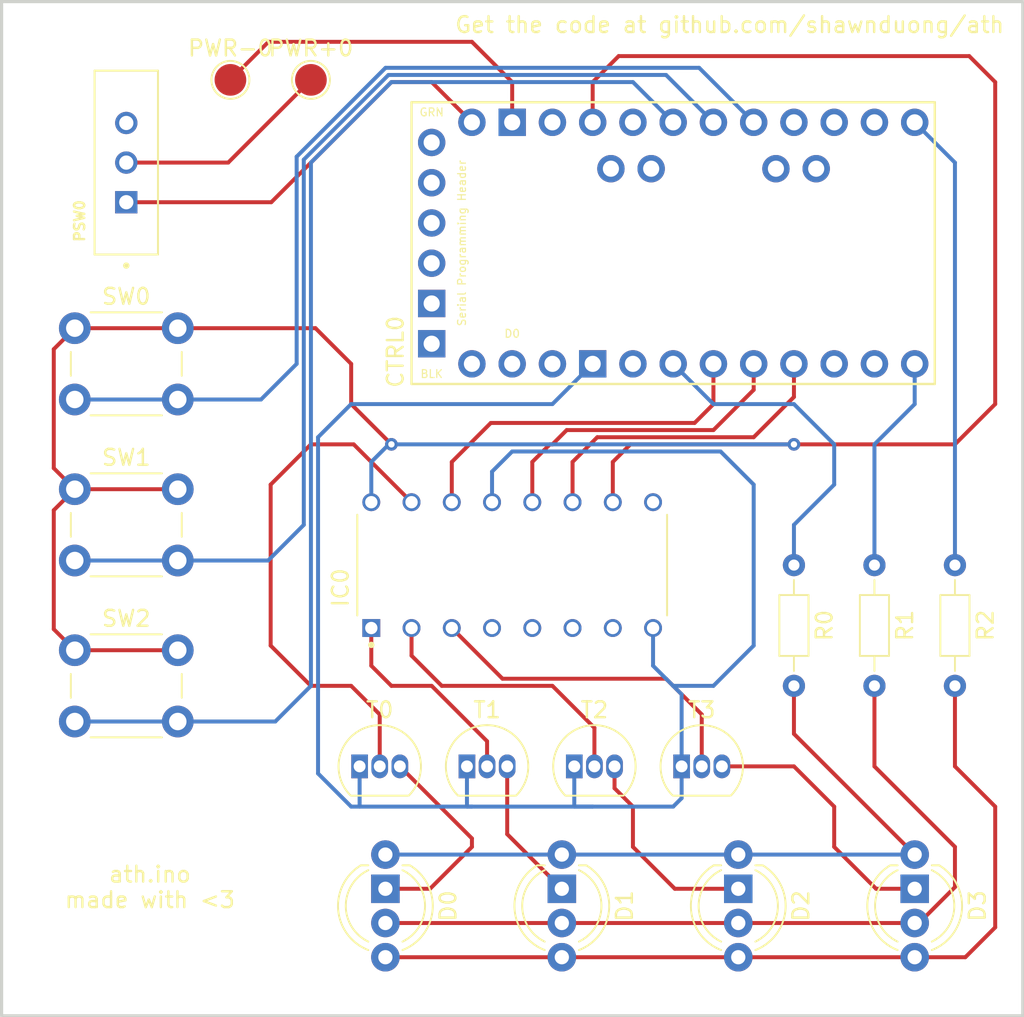
<source format=kicad_pcb>
(kicad_pcb (version 20211014) (generator pcbnew)
  (title_block (title "ath.ino") (date "2023-02-01") (rev "Original") (company "shawnd.xyz") (comment 1 "See github.com/shawnduong/ath for the code."))
  (layers (0 "F.Cu" signal) (31 "B.Cu" signal) (34 "B.Paste" user) (35 "F.Paste" user) (36 "B.SilkS" user "B.Silkscreen") (37 "F.SilkS" user "F.Silkscreen") (38 "B.Mask" user) (39 "F.Mask" user) (44 "Edge.Cuts" user))
  (net 0 "")
  (net 1 "Net-(CTRL0-PadRAW)")
  (net 2 "Net-(CTRL0-PadA0)")
  (net 3 "Net-(CTRL0-PadA1)")
  (net 12 "Net-(CTRL0-PadA2)")
  (net 13 "Net-(CTRL0-PadD4)")
  (net 14 "Net-(CTRL0-PadD5)")
  (net 15 "Net-(CTRL0-PadD6)")
  (net 18 "Net-(CTRL0-PadD3)")
  (net 19 "Net-(CTRL0-PadD9)")
  (net 24 "Net-(CTRL0-PadGND1)")
  (net 31 "Net-(CTRL0-PadVcc1)")
  (net 33 "Net-(D0-Pad2)")
  (net 34 "Net-(IC0-Pad1)")
  (net 35 "Net-(IC0-Pad2)")
  (net 41 "Net-(IC0-Pad15)")
  (net 42 "Net-(CTRL0-PadD10)")
  (net 43 "Net-(D0-Pad1)")
  (net 44 "Net-(D0-Pad3)")
  (net 45 "Net-(D0-Pad4)")
  (net 46 "Net-(D1-Pad2)")
  (net 47 "Net-(D2-Pad2)")
  (net 48 "Net-(D3-Pad2)")
  (net 49 "Net-(IC0-Pad3)")
  (net 51 "Net-(PSW0-Pad2)")
  (net 52 "Net-(CTRL0-PadGND2)")
  (footprint "Resistor_THT:R_Axial_DIN0204_L3.6mm_D1.6mm_P7.62mm_Horizontal" (layer "F.Cu") (at 187.96 66.04 -90)
    (fp_text reference "R2" (at 3.81 -1.92 90) (layer "F.SilkS"))
    (fp_text value "300Ω")
    (fp_line (start 5.73 -0.92) (end 1.89 -0.92) (layer "F.SilkS") (width 0.12))
    (fp_line (start 6.68 0) (end 5.73 0) (layer "F.SilkS") (width 0.12))
    (fp_line (start 1.89 -0.92) (end 1.89 0.92) (layer "F.SilkS") (width 0.12))
    (fp_line (start 0.94 0) (end 1.89 0) (layer "F.SilkS") (width 0.12))
    (fp_line (start 1.89 0.92) (end 5.73 0.92) (layer "F.SilkS") (width 0.12))
    (fp_line (start 5.73 0.92) (end 5.73 -0.92) (layer "F.SilkS") (width 0.12))
    (pad "1" thru_hole circle (at 0 0 270) (size 1.4 1.4) (drill 0.7) (layers *.Cu *.Mask) (net 42 "Net-(CTRL0-PadD10)"))
    (pad "2" thru_hole oval (at 7.62 0 270) (size 1.4 1.4) (drill 0.7) (layers *.Cu *.Mask) (net 45 "Net-(D0-Pad4)"))
  )
  (footprint "SN74HC595N:DIP794W45P254L1969H508Q16" (layer "F.Cu") (at 160.02 66.04 90)
    (fp_text reference "IC0" (at -1.425 -10.835 90) (layer "F.SilkS"))
    (fp_text value "74HC595")
    (fp_line (start -3.175 -9.775) (end 3.175 -9.775) (layer "F.SilkS") (width 0.127))
    (fp_line (start -3.175 9.775) (end 3.175 9.775) (layer "F.SilkS") (width 0.127))
    (fp_circle (center -5.035 -8.89) (end -4.935 -8.89) (layer "F.SilkS") (width 0.2) (fill none))
    (pad "1" thru_hole rect locked (at -3.97 -8.89 90) (size 1.13 1.13) (drill 0.78) (layers *.Cu *.Mask) (net 34 "Net-(IC0-Pad1)"))
    (pad "2" thru_hole circle locked (at -3.97 -6.35 90) (size 1.13 1.13) (drill 0.78) (layers *.Cu *.Mask) (net 35 "Net-(IC0-Pad2)"))
    (pad "3" thru_hole circle locked (at -3.97 -3.81 90) (size 1.13 1.13) (drill 0.78) (layers *.Cu *.Mask) (net 49 "Net-(IC0-Pad3)"))
    (pad "4" thru_hole circle locked (at -3.97 -1.27 90) (size 1.13 1.13) (drill 0.78) (layers *.Cu *.Mask))
    (pad "5" thru_hole circle locked (at -3.97 1.27 90) (size 1.13 1.13) (drill 0.78) (layers *.Cu *.Mask))
    (pad "6" thru_hole circle locked (at -3.97 3.81 90) (size 1.13 1.13) (drill 0.78) (layers *.Cu *.Mask))
    (pad "7" thru_hole circle locked (at -3.97 6.35 90) (size 1.13 1.13) (drill 0.78) (layers *.Cu *.Mask))
    (pad "8" thru_hole circle locked (at -3.97 8.89 90) (size 1.13 1.13) (drill 0.78) (layers *.Cu *.Mask) (net 24 "Net-(CTRL0-PadGND1)"))
    (pad "9" thru_hole circle locked (at 3.97 8.89 90) (size 1.13 1.13) (drill 0.78) (layers *.Cu *.Mask))
    (pad "10" thru_hole circle locked (at 3.97 6.35 90) (size 1.13 1.13) (drill 0.78) (layers *.Cu *.Mask) (net 31 "Net-(CTRL0-PadVcc1)"))
    (pad "11" thru_hole circle locked (at 3.97 3.81 90) (size 1.13 1.13) (drill 0.78) (layers *.Cu *.Mask) (net 15 "Net-(CTRL0-PadD6)"))
    (pad "12" thru_hole circle locked (at 3.97 1.27 90) (size 1.13 1.13) (drill 0.78) (layers *.Cu *.Mask) (net 14 "Net-(CTRL0-PadD5)"))
    (pad "13" thru_hole circle locked (at 3.97 -1.27 90) (size 1.13 1.13) (drill 0.78) (layers *.Cu *.Mask) (net 24 "Net-(CTRL0-PadGND1)"))
    (pad "14" thru_hole circle locked (at 3.97 -3.81 90) (size 1.13 1.13) (drill 0.78) (layers *.Cu *.Mask) (net 13 "Net-(CTRL0-PadD4)"))
    (pad "15" thru_hole circle locked (at 3.97 -6.35 90) (size 1.13 1.13) (drill 0.78) (layers *.Cu *.Mask) (net 41 "Net-(IC0-Pad15)"))
    (pad "16" thru_hole circle locked (at 3.97 -8.89 90) (size 1.13 1.13) (drill 0.78) (layers *.Cu *.Mask) (net 31 "Net-(CTRL0-PadVcc1)"))
  )
  (footprint "Package_TO_SOT_THT:TO-92_Inline" (layer "F.Cu") (at 170.712712 78.74)
    (fp_text reference "T3" (at 1.27 -3.56) (layer "F.SilkS"))
    (fp_text value "PN2222A")
    (fp_line (start -0.53 1.85) (end 3.07 1.85) (layer "F.SilkS") (width 0.12))
    (fp_arc (start -0.568478 1.838478) (mid -1.132087 -0.994977) (end 1.27 -2.6) (layer "F.SilkS") (width 0.12))
    (fp_arc (start 1.27 -2.6) (mid 3.672087 -0.994977) (end 3.108478 1.838478) (layer "F.SilkS") (width 0.12))
    (pad "1" thru_hole rect (at 0 0) (size 1.05 1.5) (drill 0.75) (layers *.Cu *.Mask) (net 24 "Net-(CTRL0-PadGND1)"))
    (pad "2" thru_hole oval (at 1.27 0) (size 1.05 1.5) (drill 0.75) (layers *.Cu *.Mask) (net 49 "Net-(IC0-Pad3)"))
    (pad "3" thru_hole oval (at 2.54 0) (size 1.05 1.5) (drill 0.75) (layers *.Cu *.Mask) (net 48 "Net-(D3-Pad2)"))
  )
  (footprint "Package_TO_SOT_THT:TO-92_Inline" (layer "F.Cu") (at 157.166045 78.74)
    (fp_text reference "T1" (at 1.27 -3.56) (layer "F.SilkS"))
    (fp_text value "PN2222A")
    (fp_line (start -0.53 1.85) (end 3.07 1.85) (layer "F.SilkS") (width 0.12))
    (fp_arc (start -0.568478 1.838478) (mid -1.132087 -0.994977) (end 1.27 -2.6) (layer "F.SilkS") (width 0.12))
    (fp_arc (start 1.27 -2.6) (mid 3.672087 -0.994977) (end 3.108478 1.838478) (layer "F.SilkS") (width 0.12))
    (pad "1" thru_hole rect (at 0 0) (size 1.05 1.5) (drill 0.75) (layers *.Cu *.Mask) (net 24 "Net-(CTRL0-PadGND1)"))
    (pad "2" thru_hole oval (at 1.27 0) (size 1.05 1.5) (drill 0.75) (layers *.Cu *.Mask) (net 34 "Net-(IC0-Pad1)"))
    (pad "3" thru_hole oval (at 2.54 0) (size 1.05 1.5) (drill 0.75) (layers *.Cu *.Mask) (net 46 "Net-(D1-Pad2)"))
  )
  (footprint "LED_THT:LED_D5.0mm-4_RGB_Wide_Pins" (layer "F.Cu") (at 174.286666 84.3065 -90)
    (fp_text reference "D2" (at 3.2385 -3.96 90) (layer "F.SilkS"))
    (fp_text value "LED_RAGB")
    (fp_line (start 0.6785 -1.545) (end 0.6785 -1.08) (layer "F.SilkS") (width 0.12))
    (fp_line (start 0.6785 1.08) (end 0.6785 1.545) (layer "F.SilkS") (width 0.12))
    (fp_arc (start 0.983816 -1.08) (mid 3.238262 -2.5) (end 5.492979 -1.080429) (layer "F.SilkS") (width 0.12))
    (fp_arc (start 5.492979 1.080429) (mid 3.238262 2.5) (end 0.983816 1.08) (layer "F.SilkS") (width 0.12))
    (fp_arc (start 6.026315 1.080827) (mid 3.496956 2.978808) (end 0.6785 1.54483) (layer "F.SilkS") (width 0.12))
    (fp_arc (start 0.6785 -1.54483) (mid 3.496956 -2.978809) (end 6.026315 -1.080827) (layer "F.SilkS") (width 0.12))
    (pad "1" thru_hole circle (at 0 0 270) (size 1.8 1.8) (drill 0.9) (layers *.Cu *.Mask) (net 43 "Net-(D0-Pad1)"))
    (pad "2" thru_hole rect (at 2.159 0 270) (size 1.8 1.8) (drill 0.9) (layers *.Cu *.Mask) (net 47 "Net-(D2-Pad2)"))
    (pad "3" thru_hole circle (at 4.318 0 270) (size 1.8 1.8) (drill 0.9) (layers *.Cu *.Mask) (net 44 "Net-(D0-Pad3)"))
    (pad "4" thru_hole circle (at 6.477 0 270) (size 1.8 1.8) (drill 0.9) (layers *.Cu *.Mask) (net 45 "Net-(D0-Pad4)"))
  )
  (footprint "TestPoint:TestPoint_Pad_D2.0mm" (layer "F.Cu") (at 142.24 35.42)
    (fp_text reference "PWR-0" (at 0 -1.998) (layer "F.SilkS"))
    (fp_text value "Conn_01x01_Male")
    (fp_circle (center 0 0) (end 0 1.2) (layer "F.SilkS") (width 0.12) (fill none))
    (pad "1" smd circle (at 0 0) (size 2 2) (layers "F.Cu" "F.Mask") (net 52 "Net-(CTRL0-PadGND2)"))
  )
  (footprint "Package_TO_SOT_THT:TO-92_Inline" (layer "F.Cu") (at 163.939378 78.74)
    (fp_text reference "T2" (at 1.27 -3.56) (layer "F.SilkS"))
    (fp_text value "PN2222A")
    (fp_line (start -0.53 1.85) (end 3.07 1.85) (layer "F.SilkS") (width 0.12))
    (fp_arc (start 1.27 -2.6) (mid 3.672087 -0.994977) (end 3.108478 1.838478) (layer "F.SilkS") (width 0.12))
    (fp_arc (start -0.568478 1.838478) (mid -1.132087 -0.994977) (end 1.27 -2.6) (layer "F.SilkS") (width 0.12))
    (pad "1" thru_hole rect (at 0 0) (size 1.05 1.5) (drill 0.75) (layers *.Cu *.Mask) (net 24 "Net-(CTRL0-PadGND1)"))
    (pad "2" thru_hole oval (at 1.27 0) (size 1.05 1.5) (drill 0.75) (layers *.Cu *.Mask) (net 35 "Net-(IC0-Pad2)"))
    (pad "3" thru_hole oval (at 2.54 0) (size 1.05 1.5) (drill 0.75) (layers *.Cu *.Mask) (net 47 "Net-(D2-Pad2)"))
  )
  (footprint "MINI-SPDT-SW:SW_MINI-SPDT-SW" (layer "F.Cu") (at 135.668872 40.64 90)
    (fp_text reference "PSW0" (at -3.683 -2.9464 90) (layer "F.SilkS") (effects (font (size 0.64 0.64))))
    (fp_text value "MINI-SPDT-SW")
    (fp_line (start 5.8 -2) (end -5.8 -2) (layer "F.SilkS") (width 0.127))
    (fp_line (start -5.8 -2) (end -5.8 2) (layer "F.SilkS") (width 0.127))
    (fp_line (start 5.8 2) (end 5.8 -2) (layer "F.SilkS") (width 0.127))
    (fp_line (start -5.8 2) (end 5.8 2) (layer "F.SilkS") (width 0.127))
    (fp_circle (center -6.5 0) (end -6.4 0) (layer "F.SilkS") (width 0.2) (fill none))
    (pad "1" thru_hole rect locked (at -2.5 0 90) (size 1.408 1.408) (drill 0.9) (layers *.Cu *.Mask) (net 1 "Net-(CTRL0-PadRAW)"))
    (pad "2" thru_hole circle locked (at 0 0 90) (size 1.408 1.408) (drill 0.9) (layers *.Cu *.Mask) (net 51 "Net-(PSW0-Pad2)"))
    (pad "3" thru_hole circle locked (at 2.5 0 90) (size 1.408 1.408) (drill 0.9) (layers *.Cu *.Mask))
  )
  (footprint "Button_Switch_THT:SW_PUSH_6mm_H4.3mm" (layer "F.Cu") (at 132.418872 71.41)
    (fp_text reference "SW2" (at 3.25 -2) (layer "F.SilkS"))
    (fp_text value "SW_Push")
    (fp_line (start 5.5 -1) (end 1 -1) (layer "F.SilkS") (width 0.12))
    (fp_line (start 1 5.5) (end 5.5 5.5) (layer "F.SilkS") (width 0.12))
    (fp_line (start -0.25 1.5) (end -0.25 3) (layer "F.SilkS") (width 0.12))
    (fp_line (start 6.75 3) (end 6.75 1.5) (layer "F.SilkS") (width 0.12))
    (pad "1" thru_hole circle (at 6.5 0 90) (size 2 2) (drill 1.1) (layers *.Cu *.Mask) (net 31 "Net-(CTRL0-PadVcc1)"))
    (pad "1" thru_hole circle (at 0 0 90) (size 2 2) (drill 1.1) (layers *.Cu *.Mask) (net 31 "Net-(CTRL0-PadVcc1)"))
    (pad "2" thru_hole circle (at 6.5 4.5 90) (size 2 2) (drill 1.1) (layers *.Cu *.Mask) (net 12 "Net-(CTRL0-PadA2)"))
    (pad "2" thru_hole circle (at 0 4.5 90) (size 2 2) (drill 1.1) (layers *.Cu *.Mask) (net 12 "Net-(CTRL0-PadA2)"))
  )
  (footprint "LED_THT:LED_D5.0mm-4_RGB_Wide_Pins" (layer "F.Cu") (at 152.02 84.3065 -90)
    (fp_text reference "D0" (at 3.2385 -3.96 90) (layer "F.SilkS"))
    (fp_text value "LED_RAGB")
    (fp_line (start 0.6785 1.08) (end 0.6785 1.545) (layer "F.SilkS") (width 0.12))
    (fp_line (start 0.6785 -1.545) (end 0.6785 -1.08) (layer "F.SilkS") (width 0.12))
    (fp_arc (start 5.492979 1.080429) (mid 3.238262 2.5) (end 0.983816 1.08) (layer "F.SilkS") (width 0.12))
    (fp_arc (start 6.026315 1.080827) (mid 3.496956 2.978808) (end 0.6785 1.54483) (layer "F.SilkS") (width 0.12))
    (fp_arc (start 0.983816 -1.08) (mid 3.238262 -2.5) (end 5.492979 -1.080429) (layer "F.SilkS") (width 0.12))
    (fp_arc (start 0.6785 -1.54483) (mid 3.496956 -2.978809) (end 6.026315 -1.080827) (layer "F.SilkS") (width 0.12))
    (pad "1" thru_hole circle (at 0 0 270) (size 1.8 1.8) (drill 0.9) (layers *.Cu *.Mask) (net 43 "Net-(D0-Pad1)"))
    (pad "2" thru_hole rect (at 2.159 0 270) (size 1.8 1.8) (drill 0.9) (layers *.Cu *.Mask) (net 33 "Net-(D0-Pad2)"))
    (pad "3" thru_hole circle (at 4.318 0 270) (size 1.8 1.8) (drill 0.9) (layers *.Cu *.Mask) (net 44 "Net-(D0-Pad3)"))
    (pad "4" thru_hole circle (at 6.477 0 270) (size 1.8 1.8) (drill 0.9) (layers *.Cu *.Mask) (net 45 "Net-(D0-Pad4)"))
  )
  (footprint "Button_Switch_THT:SW_PUSH_6mm_H4.3mm" (layer "F.Cu") (at 132.418872 61.25)
    (fp_text reference "SW1" (at 3.25 -2) (layer "F.SilkS"))
    (fp_text value "SW_Push")
    (fp_line (start 5.5 -1) (end 1 -1) (layer "F.SilkS") (width 0.12))
    (fp_line (start 6.75 3) (end 6.75 1.5) (layer "F.SilkS") (width 0.12))
    (fp_line (start 1 5.5) (end 5.5 5.5) (layer "F.SilkS") (width 0.12))
    (fp_line (start -0.25 1.5) (end -0.25 3) (layer "F.SilkS") (width 0.12))
    (pad "1" thru_hole circle (at 6.5 0 90) (size 2 2) (drill 1.1) (layers *.Cu *.Mask) (net 31 "Net-(CTRL0-PadVcc1)"))
    (pad "1" thru_hole circle (at 0 0 90) (size 2 2) (drill 1.1) (layers *.Cu *.Mask) (net 31 "Net-(CTRL0-PadVcc1)"))
    (pad "2" thru_hole circle (at 6.5 4.5 90) (size 2 2) (drill 1.1) (layers *.Cu *.Mask) (net 3 "Net-(CTRL0-PadA1)"))
    (pad "2" thru_hole circle (at 0 4.5 90) (size 2 2) (drill 1.1) (layers *.Cu *.Mask) (net 3 "Net-(CTRL0-PadA1)"))
  )
  (footprint "LED_THT:LED_D5.0mm-4_RGB_Wide_Pins" (layer "F.Cu") (at 163.153333 84.3065 -90)
    (fp_text reference "D1" (at 3.2385 -3.96 90) (layer "F.SilkS"))
    (fp_text value "LED_RAGB")
    (fp_line (start 0.6785 1.08) (end 0.6785 1.545) (layer "F.SilkS") (width 0.12))
    (fp_line (start 0.6785 -1.545) (end 0.6785 -1.08) (layer "F.SilkS") (width 0.12))
    (fp_arc (start 0.983816 -1.08) (mid 3.238262 -2.5) (end 5.492979 -1.080429) (layer "F.SilkS") (width 0.12))
    (fp_arc (start 5.492979 1.080429) (mid 3.238262 2.5) (end 0.983816 1.08) (layer "F.SilkS") (width 0.12))
    (fp_arc (start 6.026315 1.080827) (mid 3.496956 2.978808) (end 0.6785 1.54483) (layer "F.SilkS") (width 0.12))
    (fp_arc (start 0.6785 -1.54483) (mid 3.496956 -2.978809) (end 6.026315 -1.080827) (layer "F.SilkS") (width 0.12))
    (pad "1" thru_hole circle (at 0 0 270) (size 1.8 1.8) (drill 0.9) (layers *.Cu *.Mask) (net 43 "Net-(D0-Pad1)"))
    (pad "2" thru_hole rect (at 2.159 0 270) (size 1.8 1.8) (drill 0.9) (layers *.Cu *.Mask) (net 46 "Net-(D1-Pad2)"))
    (pad "3" thru_hole circle (at 4.318 0 270) (size 1.8 1.8) (drill 0.9) (layers *.Cu *.Mask) (net 44 "Net-(D0-Pad3)"))
    (pad "4" thru_hole circle (at 6.477 0 270) (size 1.8 1.8) (drill 0.9) (layers *.Cu *.Mask) (net 45 "Net-(D0-Pad4)"))
  )
  (footprint "Button_Switch_THT:SW_PUSH_6mm_H4.3mm" (layer "F.Cu") (at 132.418872 51.09)
    (fp_text reference "SW0" (at 3.25 -2) (layer "F.SilkS"))
    (fp_text value "SW_Push")
    (fp_line (start -0.25 1.5) (end -0.25 3) (layer "F.SilkS") (width 0.12))
    (fp_line (start 6.75 3) (end 6.75 1.5) (layer "F.SilkS") (width 0.12))
    (fp_line (start 1 5.5) (end 5.5 5.5) (layer "F.SilkS") (width 0.12))
    (fp_line (start 5.5 -1) (end 1 -1) (layer "F.SilkS") (width 0.12))
    (pad "1" thru_hole circle (at 0 0 90) (size 2 2) (drill 1.1) (layers *.Cu *.Mask) (net 31 "Net-(CTRL0-PadVcc1)"))
    (pad "1" thru_hole circle (at 6.5 0 90) (size 2 2) (drill 1.1) (layers *.Cu *.Mask) (net 31 "Net-(CTRL0-PadVcc1)"))
    (pad "2" thru_hole circle (at 0 4.5 90) (size 2 2) (drill 1.1) (layers *.Cu *.Mask) (net 2 "Net-(CTRL0-PadA0)"))
    (pad "2" thru_hole circle (at 6.5 4.5 90) (size 2 2) (drill 1.1) (layers *.Cu *.Mask) (net 2 "Net-(CTRL0-PadA0)"))
  )
  (footprint "Arduino_Library:Arduino_Pro_Mini_Socket" (layer "F.Cu") (at 170.18 45.72 90)
    (fp_text reference "CTRL0" (at -6.858 -17.526 90) (layer "F.SilkS"))
    (fp_text value "Arduino_Pro_Mini_Socket")
    (fp_text user "BLK" (at -8.255 -15.24 unlocked) (layer "F.SilkS") (effects (font (size 0.5 0.5) (thickness 0.075))))
    (fp_text user "GRN" (at 8.255 -15.24) (layer "F.SilkS") (effects (font (size 0.5 0.5) (thickness 0.075))))
    (fp_text user "D0" (at -5.715 -10.16 unlocked) (layer "F.SilkS") (effects (font (size 0.5 0.5) (thickness 0.075))))
    (fp_text user "Serial Programming Header" (at 0 -13.335 90) (layer "F.SilkS") (effects (font (size 0.5 0.5) (thickness 0.075))))
    (fp_line (start 8.89 16.51) (end -8.89 16.51) (layer "F.SilkS") (width 0.15))
    (fp_line (start 8.89 -16.51) (end 8.89 16.51) (layer "F.SilkS") (width 0.15))
    (fp_line (start -8.89 -16.51) (end -8.89 16.51) (layer "F.SilkS") (width 0.15))
    (fp_line (start 8.89 -16.51) (end -8.89 -16.51) (layer "F.SilkS") (width 0.15))
    (pad "A0" thru_hole circle (at 7.62 5.08 90) (size 1.7272 1.7272) (drill 1.016) (layers *.Cu *.Mask) (net 2 "Net-(CTRL0-PadA0)"))
    (pad "A1" thru_hole circle (at 7.62 2.54 90) (size 1.7272 1.7272) (drill 1.016) (layers *.Cu *.Mask) (net 3 "Net-(CTRL0-PadA1)"))
    (pad "A2" thru_hole circle (at 7.62 0 90) (size 1.7272 1.7272) (drill 1.016) (layers *.Cu *.Mask) (net 12 "Net-(CTRL0-PadA2)"))
    (pad "A3" thru_hole circle (at 7.62 -2.54 90) (size 1.7272 1.7272) (drill 1.016) (layers *.Cu *.Mask))
    (pad "A4" thru_hole circle (at 4.6941 -1.3894 90) (size 1.7272 1.7272) (drill 1.016) (layers *.Cu *.Mask))
    (pad "A5" thru_hole circle (at 4.6941 -3.9294 90) (size 1.7272 1.7272) (drill 1.016) (layers *.Cu *.Mask))
    (pad "A6" thru_hole circle (at 4.6941 9.0246 90) (size 1.7272 1.7272) (drill 1.016) (layers *.Cu *.Mask))
    (pad "A7" thru_hole circle (at 4.6941 6.484 90) (size 1.7272 1.7272) (drill 1.016) (layers *.Cu *.Mask))
    (pad "D0" thru_hole circle (at -7.62 -10.16 90) (size 1.7272 1.7272) (drill 1.016) (layers *.Cu *.Mask))
    (pad "D1" thru_hole circle (at -7.62 -12.7 90) (size 1.7272 1.7272) (drill 1.016) (layers *.Cu *.Mask))
    (pad "D2" thru_hole circle (at -7.62 -2.54 90) (size 1.7272 1.7272) (drill 1.016) (layers *.Cu *.Mask))
    (pad "D3" thru_hole circle (at -7.62 0 90) (size 1.7272 1.7272) (drill 1.016) (layers *.Cu *.Mask) (net 18 "Net-(CTRL0-PadD3)"))
    (pad "D4" thru_hole circle (at -7.62 2.54 90) (size 1.7272 1.7272) (drill 1.016) (layers *.Cu *.Mask) (net 13 "Net-(CTRL0-PadD4)"))
    (pad "D5" thru_hole circle (at -7.62 5.08 90) (size 1.7272 1.7272) (drill 1.016) (layers *.Cu *.Mask) (net 14 "Net-(CTRL0-PadD5)"))
    (pad "D6" thru_hole circle (at -7.62 7.62 90) (size 1.7272 1.7272) (drill 1.016) (layers *.Cu *.Mask) (net 15 "Net-(CTRL0-PadD6)"))
    (pad "D7" thru_hole circle (at -7.62 10.16 90) (size 1.7272 1.7272) (drill 1.016) (layers *.Cu *.Mask))
    (pad "D8" thru_hole circle (at -7.62 12.7 90) (size 1.7272 1.7272) (drill 1.016) (layers *.Cu *.Mask))
    (pad "D9" thru_hole circle (at -7.62 15.24 90) (size 1.7272 1.7272) (drill 1.016) (layers *.Cu *.Mask) (net 19 "Net-(CTRL0-PadD9)"))
    (pad "D10" thru_hole circle (at 7.62 15.24 90) (size 1.7272 1.7272) (drill 1.016) (layers *.Cu *.Mask) (net 42 "Net-(CTRL0-PadD10)"))
    (pad "D11" thru_hole circle (at 7.62 12.7 90) (size 1.7272 1.7272) (drill 1.016) (layers *.Cu *.Mask))
    (pad "D12" thru_hole circle (at 7.62 10.16 90) (size 1.7272 1.7272) (drill 1.016) (layers *.Cu *.Mask))
    (pad "D13" thru_hole circle (at 7.62 7.62 90) (size 1.7272 1.7272) (drill 1.016) (layers *.Cu *.Mask))
    (pad "DTR" thru_hole circle (at 6.35 -15.24 90) (size 1.7272 1.7272) (drill 1.016) (layers *.Cu *.Mask))
    (pad "GND1" thru_hole rect (at -7.62 -5.08 90) (size 1.7272 1.7272) (drill 1.016) (layers *.Cu *.Mask) (net 24 "Net-(CTRL0-PadGND1)"))
    (pad "GND2" thru_hole rect (at 7.62 -10.16 90) (size 1.7272 1.7272) (drill 1.016) (layers *.Cu *.Mask) (net 52 "Net-(CTRL0-PadGND2)"))
    (pad "GND4" thru_hole rect (at -3.81 -15.24 90) (size 1.7272 1.7272) (drill 1.016) (layers *.Cu *.Mask))
    (pad "GND5" thru_hole rect (at -6.35 -15.24 90) (size 1.7272 1.7272) (drill 1.016) (layers *.Cu *.Mask))
    (pad "RAW" thru_hole circle (at 7.62 -12.7 90) (size 1.7272 1.7272) (drill 1.016) (layers *.Cu *.Mask) (net 1 "Net-(CTRL0-PadRAW)"))
    (pad "RST1" thru_hole circle (at -7.62 -7.62 90) (size 1.7272 1.7272) (drill 1.016) (layers *.Cu *.Mask))
    (pad "RST2" thru_hole circle (at 7.62 -7.62 90) (size 1.7272 1.7272) (drill 1.016) (layers *.Cu *.Mask))
    (pad "RXI" thru_hole circle (at 1.27 -15.24 90) (size 1.7272 1.7272) (drill 1.016) (layers *.Cu *.Mask))
    (pad "TXO" thru_hole circle (at 3.81 -15.24 90) (size 1.7272 1.7272) (drill 1.016) (layers *.Cu *.Mask))
    (pad "Vcc1" thru_hole circle (at 7.62 -5.08 90) (size 1.7272 1.7272) (drill 1.016) (layers *.Cu *.Mask) (net 31 "Net-(CTRL0-PadVcc1)"))
    (pad "Vcc2" thru_hole circle (at -1.27 -15.24 90) (size 1.7272 1.7272) (drill 1.016) (layers *.Cu *.Mask))
  )
  (footprint "TestPoint:TestPoint_Pad_D2.0mm" (layer "F.Cu") (at 147.32 35.42)
    (fp_text reference "PWR+0" (at 0 -1.998) (layer "F.SilkS"))
    (fp_text value "Conn_01x01_Male")
    (fp_circle (center 0 0) (end 0 1.2) (layer "F.SilkS") (width 0.12) (fill none))
    (pad "1" smd circle (at 0 0) (size 2 2) (layers "F.Cu" "F.Mask") (net 51 "Net-(PSW0-Pad2)"))
  )
  (footprint "LED_THT:LED_D5.0mm-4_RGB_Wide_Pins" (layer "F.Cu") (at 185.42 84.3065 -90)
    (fp_text reference "D3" (at 3.2385 -3.96 90) (layer "F.SilkS"))
    (fp_text value "LED_RAGB")
    (fp_line (start 0.6785 -1.545) (end 0.6785 -1.08) (layer "F.SilkS") (width 0.12))
    (fp_line (start 0.6785 1.08) (end 0.6785 1.545) (layer "F.SilkS") (width 0.12))
    (fp_arc (start 0.983816 -1.08) (mid 3.238262 -2.5) (end 5.492979 -1.080429) (layer "F.SilkS") (width 0.12))
    (fp_arc (start 0.6785 -1.54483) (mid 3.496956 -2.978809) (end 6.026315 -1.080827) (layer "F.SilkS") (width 0.12))
    (fp_arc (start 5.492979 1.080429) (mid 3.238262 2.5) (end 0.983816 1.08) (layer "F.SilkS") (width 0.12))
    (fp_arc (start 6.026315 1.080827) (mid 3.496956 2.978808) (end 0.6785 1.54483) (layer "F.SilkS") (width 0.12))
    (pad "1" thru_hole circle (at 0 0 270) (size 1.8 1.8) (drill 0.9) (layers *.Cu *.Mask) (net 43 "Net-(D0-Pad1)"))
    (pad "2" thru_hole rect (at 2.159 0 270) (size 1.8 1.8) (drill 0.9) (layers *.Cu *.Mask) (net 48 "Net-(D3-Pad2)"))
    (pad "3" thru_hole circle (at 4.318 0 270) (size 1.8 1.8) (drill 0.9) (layers *.Cu *.Mask) (net 44 "Net-(D0-Pad3)"))
    (pad "4" thru_hole circle (at 6.477 0 270) (size 1.8 1.8) (drill 0.9) (layers *.Cu *.Mask) (net 45 "Net-(D0-Pad4)"))
  )
  (footprint "Resistor_THT:R_Axial_DIN0204_L3.6mm_D1.6mm_P7.62mm_Horizontal" (layer "F.Cu") (at 177.8 66.04 -90)
    (fp_text reference "R0" (at 3.81 -1.92 90) (layer "F.SilkS"))
    (fp_text value "300Ω")
    (fp_line (start 6.68 0) (end 5.73 0) (layer "F.SilkS") (width 0.12))
    (fp_line (start 0.94 0) (end 1.89 0) (layer "F.SilkS") (width 0.12))
    (fp_line (start 1.89 -0.92) (end 1.89 0.92) (layer "F.SilkS") (width 0.12))
    (fp_line (start 5.73 0.92) (end 5.73 -0.92) (layer "F.SilkS") (width 0.12))
    (fp_line (start 1.89 0.92) (end 5.73 0.92) (layer "F.SilkS") (width 0.12))
    (fp_line (start 5.73 -0.92) (end 1.89 -0.92) (layer "F.SilkS") (width 0.12))
    (pad "1" thru_hole circle (at 0 0 270) (size 1.4 1.4) (drill 0.7) (layers *.Cu *.Mask) (net 18 "Net-(CTRL0-PadD3)"))
    (pad "2" thru_hole oval (at 7.62 0 270) (size 1.4 1.4) (drill 0.7) (layers *.Cu *.Mask) (net 43 "Net-(D0-Pad1)"))
  )
  (footprint "Package_TO_SOT_THT:TO-92_Inline" (layer "F.Cu") (at 150.392712 78.74)
    (fp_text reference "T0" (at 1.27 -3.56) (layer "F.SilkS"))
    (fp_text value "PN2222A")
    (fp_line (start -0.53 1.85) (end 3.07 1.85) (layer "F.SilkS") (width 0.12))
    (fp_arc (start 1.27 -2.6) (mid 3.672087 -0.994977) (end 3.108478 1.838478) (layer "F.SilkS") (width 0.12))
    (fp_arc (start -0.568478 1.838478) (mid -1.132087 -0.994977) (end 1.27 -2.6) (layer "F.SilkS") (width 0.12))
    (pad "1" thru_hole rect (at 0 0) (size 1.05 1.5) (drill 0.75) (layers *.Cu *.Mask) (net 24 "Net-(CTRL0-PadGND1)"))
    (pad "2" thru_hole oval (at 1.27 0) (size 1.05 1.5) (drill 0.75) (layers *.Cu *.Mask) (net 41 "Net-(IC0-Pad15)"))
    (pad "3" thru_hole oval (at 2.54 0) (size 1.05 1.5) (drill 0.75) (layers *.Cu *.Mask) (net 33 "Net-(D0-Pad2)"))
  )
  (footprint "Resistor_THT:R_Axial_DIN0204_L3.6mm_D1.6mm_P7.62mm_Horizontal" (layer "F.Cu") (at 182.88 66.04 -90)
    (fp_text reference "R1" (at 3.81 -1.92 90) (layer "F.SilkS"))
    (fp_text value "300Ω")
    (fp_line (start 6.68 0) (end 5.73 0) (layer "F.SilkS") (width 0.12))
    (fp_line (start 5.73 0.92) (end 5.73 -0.92) (layer "F.SilkS") (width 0.12))
    (fp_line (start 5.73 -0.92) (end 1.89 -0.92) (layer "F.SilkS") (width 0.12))
    (fp_line (start 1.89 -0.92) (end 1.89 0.92) (layer "F.SilkS") (width 0.12))
    (fp_line (start 1.89 0.92) (end 5.73 0.92) (layer "F.SilkS") (width 0.12))
    (fp_line (start 0.94 0) (end 1.89 0) (layer "F.SilkS") (width 0.12))
    (pad "1" thru_hole circle (at 0 0 270) (size 1.4 1.4) (drill 0.7) (layers *.Cu *.Mask) (net 19 "Net-(CTRL0-PadD9)"))
    (pad "2" thru_hole oval (at 7.62 0 270) (size 1.4 1.4) (drill 0.7) (layers *.Cu *.Mask) (net 44 "Net-(D0-Pad3)"))
  )
  (gr_rect (start 127.8 30.48) (end 192.24 94.48) (layer "Edge.Cuts") (width 0.2) (fill none))
  (gr_text "Get the code at github.com/shawnduong/ath" (at 173.741938 31.944511) (layer "F.SilkS") (effects (font (size 1 1))))
  (gr_text "ath.ino\nmade with <3" (at 137.16 86.36) (layer "F.SilkS") (effects (font (size 1 1))))
  (segment (start 152.4 35.56) (end 144.82 43.14) (width 0.25) (layer "F.Cu") (net 1))
  (segment (start 154.94 35.56) (end 152.4 35.56) (width 0.25) (layer "F.Cu") (net 1))
  (segment (start 144.82 43.14) (end 135.668872 43.14) (width 0.25) (layer "F.Cu") (net 1))
  (segment (start 157.48 38.1) (end 154.94 35.56) (width 0.25) (layer "F.Cu") (net 1))
  (segment (start 146.42 53.34) (end 146.42 40.267208) (width 0.25) (layer "B.Cu") (net 2))
  (segment (start 146.42 40.267208) (end 152.027208 34.66) (width 0.25) (layer "B.Cu") (net 2))
  (segment (start 144.17 55.59) (end 146.42 53.34) (width 0.25) (layer "B.Cu") (net 2))
  (segment (start 171.82 34.66) (end 175.26 38.1) (width 0.25) (layer "B.Cu") (net 2))
  (segment (start 152.027208 34.66) (end 171.82 34.66) (width 0.25) (layer "B.Cu") (net 2))
  (segment (start 132.418872 55.59) (end 138.918872 55.59) (width 0.25) (layer "B.Cu") (net 2))
  (segment (start 138.918872 55.59) (end 144.17 55.59) (width 0.25) (layer "B.Cu") (net 2))
  (segment (start 146.87 40.453604) (end 152.213604 35.11) (width 0.25) (layer "B.Cu") (net 3))
  (segment (start 144.62 65.75) (end 146.87 63.5) (width 0.25) (layer "B.Cu") (net 3))
  (segment (start 152.213604 35.11) (end 169.73 35.11) (width 0.25) (layer "B.Cu") (net 3))
  (segment (start 132.418872 65.75) (end 138.918872 65.75) (width 0.25) (layer "B.Cu") (net 3))
  (segment (start 169.73 35.11) (end 172.72 38.1) (width 0.25) (layer "B.Cu") (net 3))
  (segment (start 146.87 63.5) (end 146.87 40.453604) (width 0.25) (layer "B.Cu") (net 3))
  (segment (start 138.918872 65.75) (end 144.62 65.75) (width 0.25) (layer "B.Cu") (net 3))
  (segment (start 147.32 40.64) (end 152.4 35.56) (width 0.25) (layer "B.Cu") (net 12))
  (segment (start 145.07 75.91) (end 147.32 73.66) (width 0.25) (layer "B.Cu") (net 12))
  (segment (start 170.18 38.1) (end 167.64 35.56) (width 0.25) (layer "B.Cu") (net 12))
  (segment (start 132.418872 75.91) (end 138.918872 75.91) (width 0.25) (layer "B.Cu") (net 12))
  (segment (start 167.64 35.56) (end 152.4 35.56) (width 0.25) (layer "B.Cu") (net 12))
  (segment (start 138.918872 75.91) (end 145.07 75.91) (width 0.25) (layer "B.Cu") (net 12))
  (segment (start 147.32 73.66) (end 147.32 40.64) (width 0.25) (layer "B.Cu") (net 12))
  (segment (start 156.21 59.53) (end 156.21 62.07) (width 0.25) (layer "F.Cu") (net 13))
  (segment (start 172.72 53.34) (end 172.72 55.88) (width 0.25) (layer "F.Cu") (net 13))
  (segment (start 158.67 57.07) (end 156.21 59.53) (width 0.25) (layer "F.Cu") (net 13))
  (segment (start 171.53 57.07) (end 158.67 57.07) (width 0.25) (layer "F.Cu") (net 13))
  (segment (start 172.72 55.88) (end 171.53 57.07) (width 0.25) (layer "F.Cu") (net 13))
  (segment (start 161.29 59.53) (end 161.29 62.07) (width 0.25) (layer "F.Cu") (net 14))
  (segment (start 162.4 58.42) (end 162.56 58.42) (width 0.25) (layer "F.Cu") (net 14))
  (segment (start 163.46 57.52) (end 172.72 57.52) (width 0.25) (layer "F.Cu") (net 14))
  (segment (start 175.26 54.98) (end 175.26 53.34) (width 0.25) (layer "F.Cu") (net 14))
  (segment (start 172.72 57.52) (end 175.26 54.98) (width 0.25) (layer "F.Cu") (net 14))
  (segment (start 161.29 59.53) (end 162.4 58.42) (width 0.25) (layer "F.Cu") (net 14))
  (segment (start 162.56 58.42) (end 163.46 57.52) (width 0.25) (layer "F.Cu") (net 14))
  (segment (start 177.8 55.43) (end 175.26 57.97) (width 0.25) (layer "F.Cu") (net 15))
  (segment (start 177.8 53.34) (end 177.8 55.43) (width 0.25) (layer "F.Cu") (net 15))
  (segment (start 165.39 57.97) (end 163.83 59.53) (width 0.25) (layer "F.Cu") (net 15))
  (segment (start 175.26 57.97) (end 165.39 57.97) (width 0.25) (layer "F.Cu") (net 15))
  (segment (start 163.83 59.53) (end 163.83 62.07) (width 0.25) (layer "F.Cu") (net 15))
  (segment (start 172.72 55.88) (end 177.8 55.88) (width 0.25) (layer "B.Cu") (net 18))
  (segment (start 177.8 63.5) (end 177.8 66.04) (width 0.25) (layer "B.Cu") (net 18))
  (segment (start 180.34 58.42) (end 180.34 60.96) (width 0.25) (layer "B.Cu") (net 18))
  (segment (start 177.8 55.88) (end 180.34 58.42) (width 0.25) (layer "B.Cu") (net 18))
  (segment (start 170.18 53.34) (end 172.72 55.88) (width 0.25) (layer "B.Cu") (net 18))
  (segment (start 180.34 60.96) (end 177.8 63.5) (width 0.25) (layer "B.Cu") (net 18))
  (segment (start 185.42 53.34) (end 185.42 55.88) (width 0.25) (layer "B.Cu") (net 19))
  (segment (start 182.88 58.42) (end 182.88 66.04) (width 0.25) (layer "B.Cu") (net 19))
  (segment (start 185.42 55.88) (end 182.88 58.42) (width 0.25) (layer "B.Cu") (net 19))
  (segment (start 170.712712 78.74) (end 170.712712 80.747288) (width 0.25) (layer "B.Cu") (net 24))
  (segment (start 157.48 81.28) (end 150.392712 81.28) (width 0.25) (layer "B.Cu") (net 24))
  (segment (start 165.1 81.28) (end 157.48 81.28) (width 0.25) (layer "B.Cu") (net 24))
  (segment (start 147.77 57.97) (end 147.77 79.19) (width 0.25) (layer "B.Cu") (net 24))
  (segment (start 170.712712 80.747288) (end 170.18 81.28) (width 0.25) (layer "B.Cu") (net 24))
  (segment (start 165.1 81.28) (end 163.939378 81.28) (width 0.25) (layer "B.Cu") (net 24))
  (segment (start 149.86 55.88) (end 147.77 57.97) (width 0.25) (layer "B.Cu") (net 24))
  (segment (start 170.18 81.28) (end 165.1 81.28) (width 0.25) (layer "B.Cu") (net 24))
  (segment (start 162.56 55.88) (end 149.86 55.88) (width 0.25) (layer "B.Cu") (net 24))
  (segment (start 157.166045 81.28) (end 157.166045 78.74) (width 0.25) (layer "B.Cu") (net 24))
  (segment (start 149.86 81.28) (end 150.392712 81.28) (width 0.25) (layer "B.Cu") (net 24))
  (segment (start 172.72 73.66) (end 170.18 73.66) (width 0.25) (layer "B.Cu") (net 24))
  (segment (start 170.712712 78.74) (end 170.712712 74.192712) (width 0.25) (layer "B.Cu") (net 24))
  (segment (start 157.48 81.28) (end 157.166045 81.28) (width 0.25) (layer "B.Cu") (net 24))
  (segment (start 165.1 53.34) (end 162.56 55.88) (width 0.25) (layer "B.Cu") (net 24))
  (segment (start 158.75 60.14) (end 160.02 58.87) (width 0.25) (layer "B.Cu") (net 24))
  (segment (start 147.77 79.19) (end 149.86 81.28) (width 0.25) (layer "B.Cu") (net 24))
  (segment (start 173.17 58.87) (end 175.26 60.96) (width 0.25) (layer "B.Cu") (net 24))
  (segment (start 150.392712 81.28) (end 150.392712 78.74) (width 0.25) (layer "B.Cu") (net 24))
  (segment (start 175.26 71.12) (end 172.72 73.66) (width 0.25) (layer "B.Cu") (net 24))
  (segment (start 163.939378 81.28) (end 163.939378 78.74) (width 0.25) (layer "B.Cu") (net 24))
  (segment (start 175.26 60.96) (end 175.26 71.12) (width 0.25) (layer "B.Cu") (net 24))
  (segment (start 158.75 62.07) (end 158.75 60.14) (width 0.25) (layer "B.Cu") (net 24))
  (segment (start 160.02 58.87) (end 173.17 58.87) (width 0.25) (layer "B.Cu") (net 24))
  (segment (start 170.18 73.66) (end 168.91 72.39) (width 0.25) (layer "B.Cu") (net 24))
  (segment (start 168.91 72.39) (end 168.91 70.01) (width 0.25) (layer "B.Cu") (net 24))
  (segment (start 170.712712 74.192712) (end 170.18 73.66) (width 0.25) (layer "B.Cu") (net 24))
  (segment (start 132.418872 61.25) (end 138.918872 61.25) (width 0.25) (layer "F.Cu") (net 31))
  (segment (start 132.418872 71.41) (end 138.918872 71.41) (width 0.25) (layer "F.Cu") (net 31))
  (segment (start 187.96 58.42) (end 190.5 55.88) (width 0.25) (layer "F.Cu") (net 31))
  (segment (start 131.093872 52.415) (end 131.093872 59.925) (width 0.25) (layer "F.Cu") (net 31))
  (segment (start 132.418872 51.09) (end 131.093872 52.415) (width 0.25) (layer "F.Cu") (net 31))
  (segment (start 149.86 53.34) (end 147.61 51.09) (width 0.25) (layer "F.Cu") (net 31))
  (segment (start 132.418872 61.25) (end 131.093872 62.575) (width 0.25) (layer "F.Cu") (net 31))
  (segment (start 166.74 33.92) (end 188.86 33.92) (width 0.25) (layer "F.Cu") (net 31))
  (segment (start 177.8 58.42) (end 187.96 58.42) (width 0.25) (layer "F.Cu") (net 31))
  (segment (start 177.8 58.42) (end 167.48 58.42) (width 0.25) (layer "F.Cu") (net 31))
  (segment (start 132.418872 51.09) (end 138.918872 51.09) (width 0.25) (layer "F.Cu") (net 31))
  (segment (start 190.5 55.88) (end 190.5 35.56) (width 0.25) (layer "F.Cu") (net 31))
  (segment (start 147.61 51.09) (end 138.918872 51.09) (width 0.25) (layer "F.Cu") (net 31))
  (segment (start 131.093872 59.925) (end 132.418872 61.25) (width 0.25) (layer "F.Cu") (net 31))
  (segment (start 188.86 33.92) (end 190.5 35.56) (width 0.25) (layer "F.Cu") (net 31))
  (segment (start 165.1 35.56) (end 166.74 33.92) (width 0.25) (layer "F.Cu") (net 31))
  (segment (start 165.1 38.1) (end 165.1 35.56) (width 0.25) (layer "F.Cu") (net 31))
  (segment (start 131.093872 62.575) (end 131.093872 70.085) (width 0.25) (layer "F.Cu") (net 31))
  (segment (start 152.4 58.42) (end 149.86 55.88) (width 0.25) (layer "F.Cu") (net 31))
  (segment (start 149.86 55.88) (end 149.86 53.34) (width 0.25) (layer "F.Cu") (net 31))
  (segment (start 167.48 58.42) (end 166.37 59.53) (width 0.25) (layer "F.Cu") (net 31))
  (segment (start 131.093872 70.085) (end 132.418872 71.41) (width 0.25) (layer "F.Cu") (net 31))
  (segment (start 166.37 59.53) (end 166.37 62.07) (width 0.25) (layer "F.Cu") (net 31))
  (via (at 177.8 58.42) (size 0.8) (drill 0.4) (layers "F.Cu" "B.Cu") (net 31))
  (via (at 152.4 58.42) (size 0.8) (drill 0.4) (layers "F.Cu" "B.Cu") (net 31))
  (segment (start 152.24 58.42) (end 151.13 59.53) (width 0.25) (layer "B.Cu") (net 31))
  (segment (start 177.8 58.42) (end 152.4 58.42) (width 0.25) (layer "B.Cu") (net 31))
  (segment (start 151.13 59.53) (end 151.13 62.07) (width 0.25) (layer "B.Cu") (net 31))
  (segment (start 152.4 58.42) (end 152.24 58.42) (width 0.25) (layer "B.Cu") (net 31))
  (segment (start 157.48 83.287288) (end 157.48 83.82) (width 0.25) (layer "F.Cu") (net 33))
  (segment (start 154.8345 86.4655) (end 152.02 86.4655) (width 0.25) (layer "F.Cu") (net 33))
  (segment (start 152.932712 78.74) (end 157.48 83.287288) (width 0.25) (layer "F.Cu") (net 33))
  (segment (start 157.48 83.82) (end 154.8345 86.4655) (width 0.25) (layer "F.Cu") (net 33))
  (segment (start 158.436045 77.156045) (end 158.436045 78.74) (width 0.25) (layer "F.Cu") (net 34))
  (segment (start 151.13 72.39) (end 152.4 73.66) (width 0.25) (layer "F.Cu") (net 34))
  (segment (start 151.13 70.01) (end 151.13 72.39) (width 0.25) (layer "F.Cu") (net 34))
  (segment (start 152.4 73.66) (end 154.94 73.66) (width 0.25) (layer "F.Cu") (net 34))
  (segment (start 154.94 73.66) (end 158.436045 77.156045) (width 0.25) (layer "F.Cu") (net 34))
  (segment (start 165.209378 76.309378) (end 165.209378 78.74) (width 0.25) (layer "F.Cu") (net 35))
  (segment (start 153.67 70.01) (end 153.67 71.753604) (width 0.25) (layer "F.Cu") (net 35))
  (segment (start 162.56 73.66) (end 165.209378 76.309378) (width 0.25) (layer "F.Cu") (net 35))
  (segment (start 153.67 71.753604) (end 155.576396 73.66) (width 0.25) (layer "F.Cu") (net 35))
  (segment (start 155.576396 73.66) (end 162.56 73.66) (width 0.25) (layer "F.Cu") (net 35))
  (segment (start 150.02 58.42) (end 147.32 58.42) (width 0.25) (layer "F.Cu") (net 41))
  (segment (start 147.32 73.66) (end 149.86 73.66) (width 0.25) (layer "F.Cu") (net 41))
  (segment (start 153.67 62.07) (end 150.02 58.42) (width 0.25) (layer "F.Cu") (net 41))
  (segment (start 147.32 58.42) (end 144.78 60.96) (width 0.25) (layer "F.Cu") (net 41))
  (segment (start 144.78 60.96) (end 144.78 71.12) (width 0.25) (layer "F.Cu") (net 41))
  (segment (start 144.78 71.12) (end 147.32 73.66) (width 0.25) (layer "F.Cu") (net 41))
  (segment (start 151.662712 75.462712) (end 151.662712 78.74) (width 0.25) (layer "F.Cu") (net 41))
  (segment (start 149.86 73.66) (end 151.662712 75.462712) (width 0.25) (layer "F.Cu") (net 41))
  (segment (start 185.42 38.1) (end 187.96 40.64) (width 0.25) (layer "B.Cu") (net 42))
  (segment (start 187.96 40.64) (end 187.96 66.04) (width 0.25) (layer "B.Cu") (net 42))
  (segment (start 177.8 76.6865) (end 177.8 73.66) (width 0.25) (layer "F.Cu") (net 43))
  (segment (start 185.42 84.3065) (end 177.8 76.6865) (width 0.25) (layer "F.Cu") (net 43))
  (segment (start 174.286666 84.3065) (end 185.42 84.3065) (width 0.25) (layer "B.Cu") (net 43))
  (segment (start 152.02 84.3065) (end 163.153333 84.3065) (width 0.25) (layer "B.Cu") (net 43))
  (segment (start 163.153333 84.3065) (end 174.286666 84.3065) (width 0.25) (layer "B.Cu") (net 43))
  (segment (start 185.1445 88.6245) (end 185.42 88.9) (width 0.25) (layer "F.Cu") (net 44))
  (segment (start 187.96 83.82) (end 182.88 78.74) (width 0.25) (layer "F.Cu") (net 44))
  (segment (start 174.286666 88.6245) (end 185.1445 88.6245) (width 0.25) (layer "F.Cu") (net 44))
  (segment (start 182.88 78.74) (end 182.88 73.66) (width 0.25) (layer "F.Cu") (net 44))
  (segment (start 185.6955 88.6245) (end 187.96 86.36) (width 0.25) (layer "F.Cu") (net 44))
  (segment (start 163.153333 88.6245) (end 174.286666 88.6245) (width 0.25) (layer "F.Cu") (net 44))
  (segment (start 152.02 88.6245) (end 163.153333 88.6245) (width 0.25) (layer "F.Cu") (net 44))
  (segment (start 185.42 88.6245) (end 185.6955 88.6245) (width 0.25) (layer "F.Cu") (net 44))
  (segment (start 187.96 86.36) (end 187.96 83.82) (width 0.25) (layer "F.Cu") (net 44))
  (segment (start 187.96 78.74) (end 190.5 81.28) (width 0.25) (layer "F.Cu") (net 45))
  (segment (start 190.5 88.9) (end 188.6165 90.7835) (width 0.25) (layer "F.Cu") (net 45))
  (segment (start 187.96 73.66) (end 187.96 78.74) (width 0.25) (layer "F.Cu") (net 45))
  (segment (start 190.5 81.28) (end 190.5 88.9) (width 0.25) (layer "F.Cu") (net 45))
  (segment (start 174.286666 90.7835) (end 163.153333 90.7835) (width 0.25) (layer "F.Cu") (net 45))
  (segment (start 188.6165 90.7835) (end 185.42 90.7835) (width 0.25) (layer "F.Cu") (net 45))
  (segment (start 174.286666 90.7835) (end 185.42 90.7835) (width 0.25) (layer "F.Cu") (net 45))
  (segment (start 152.02 90.7835) (end 163.153333 90.7835) (width 0.25) (layer "F.Cu") (net 45))
  (segment (start 159.706045 78.74) (end 159.706045 83.018212) (width 0.25) (layer "F.Cu") (net 46))
  (segment (start 159.706045 83.018212) (end 163.153333 86.4655) (width 0.25) (layer "F.Cu") (net 46))
  (segment (start 166.479378 80.119378) (end 167.64 81.28) (width 0.25) (layer "F.Cu") (net 47))
  (segment (start 170.2855 86.4655) (end 174.286666 86.4655) (width 0.25) (layer "F.Cu") (net 47))
  (segment (start 166.479378 78.74) (end 166.479378 80.119378) (width 0.25) (layer "F.Cu") (net 47))
  (segment (start 167.64 83.82) (end 170.2855 86.4655) (width 0.25) (layer "F.Cu") (net 47))
  (segment (start 167.64 81.28) (end 167.64 83.82) (width 0.25) (layer "F.Cu") (net 47))
  (segment (start 177.8 78.74) (end 180.34 81.28) (width 0.25) (layer "F.Cu") (net 48))
  (segment (start 173.252712 78.74) (end 177.8 78.74) (width 0.25) (layer "F.Cu") (net 48))
  (segment (start 180.34 81.28) (end 180.34 83.82) (width 0.25) (layer "F.Cu") (net 48))
  (segment (start 180.34 83.82) (end 182.9855 86.4655) (width 0.25) (layer "F.Cu") (net 48))
  (segment (start 182.9855 86.4655) (end 185.42 86.4655) (width 0.25) (layer "F.Cu") (net 48))
  (segment (start 169.73 73.21) (end 171.982712 75.462712) (width 0.25) (layer "F.Cu") (net 49))
  (segment (start 156.21 70.01) (end 159.41 73.21) (width 0.25) (layer "F.Cu") (net 49))
  (segment (start 159.41 73.21) (end 169.73 73.21) (width 0.25) (layer "F.Cu") (net 49))
  (segment (start 171.982712 75.462712) (end 171.982712 78.74) (width 0.25) (layer "F.Cu") (net 49))
  (segment (start 142.1 40.64) (end 147.32 35.42) (width 0.25) (layer "F.Cu") (net 51))
  (segment (start 135.668872 40.64) (end 142.1 40.64) (width 0.25) (layer "F.Cu") (net 51))
  (segment (start 157.48 33.02) (end 144.64 33.02) (width 0.25) (layer "F.Cu") (net 52))
  (segment (start 144.64 33.02) (end 142.24 35.42) (width 0.25) (layer "F.Cu") (net 52))
  (segment (start 160.02 35.56) (end 157.48 33.02) (width 0.25) (layer "F.Cu") (net 52))
  (segment (start 160.02 38.1) (end 160.02 35.56) (width 0.25) (layer "F.Cu") (net 52))
)
</source>
